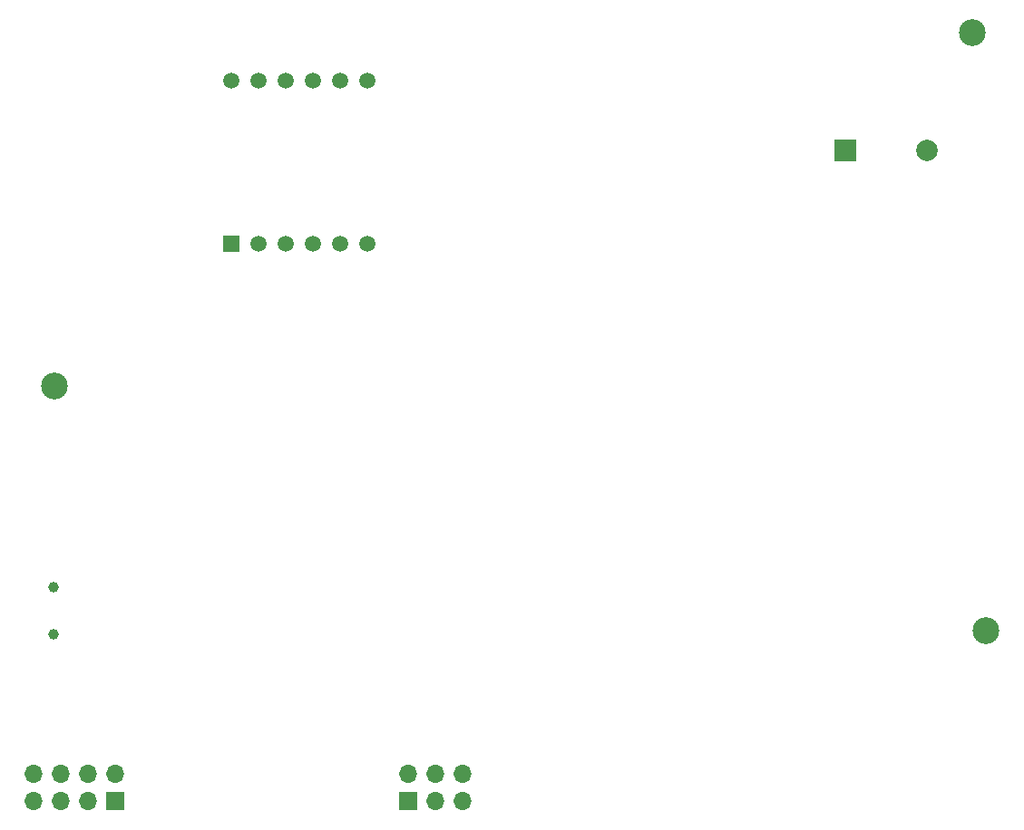
<source format=gbr>
%TF.GenerationSoftware,KiCad,Pcbnew,7.0.1*%
%TF.CreationDate,2023-04-20T17:38:13-06:00*%
%TF.ProjectId,Phase_B_UnoShield,50686173-655f-4425-9f55-6e6f53686965,rev?*%
%TF.SameCoordinates,Original*%
%TF.FileFunction,Soldermask,Bot*%
%TF.FilePolarity,Negative*%
%FSLAX46Y46*%
G04 Gerber Fmt 4.6, Leading zero omitted, Abs format (unit mm)*
G04 Created by KiCad (PCBNEW 7.0.1) date 2023-04-20 17:38:13*
%MOMM*%
%LPD*%
G01*
G04 APERTURE LIST*
%ADD10C,1.000000*%
%ADD11R,1.500000X1.500000*%
%ADD12C,1.500000*%
%ADD13R,1.700000X1.700000*%
%ADD14O,1.700000X1.700000*%
%ADD15C,2.500000*%
%ADD16R,2.000000X2.000000*%
%ADD17C,2.000000*%
G04 APERTURE END LIST*
D10*
%TO.C,J1*%
X23435000Y-101935000D03*
X23435000Y-106335000D03*
%TD*%
D11*
%TO.C,U1*%
X40005000Y-69850000D03*
D12*
X42545000Y-69850000D03*
X45085000Y-69850000D03*
X47625000Y-69850000D03*
X50165000Y-69850000D03*
X52705000Y-69850000D03*
X52705000Y-54610000D03*
X50165000Y-54610000D03*
X47625000Y-54610000D03*
X45085000Y-54610000D03*
X42545000Y-54610000D03*
X40005000Y-54610000D03*
%TD*%
D13*
%TO.C,J4*%
X29169549Y-121947651D03*
D14*
X29169549Y-119407651D03*
X26629549Y-121947651D03*
X26629549Y-119407651D03*
X24089549Y-121947651D03*
X24089549Y-119407651D03*
X21549549Y-121947651D03*
X21549549Y-119407651D03*
%TD*%
D15*
%TO.C,REF\u002A\u002A*%
X23495000Y-83185000D03*
%TD*%
%TO.C,REF\u002A\u002A*%
X109220000Y-50165000D03*
%TD*%
D16*
%TO.C,LS1*%
X97335439Y-61120439D03*
D17*
X104935439Y-61120439D03*
%TD*%
D13*
%TO.C,J3*%
X56515000Y-121920000D03*
D14*
X56515000Y-119380000D03*
X59055000Y-121920000D03*
X59055000Y-119380000D03*
X61595000Y-121920000D03*
X61595000Y-119380000D03*
%TD*%
D15*
%TO.C,REF\u002A\u002A*%
X110490000Y-106045000D03*
%TD*%
M02*

</source>
